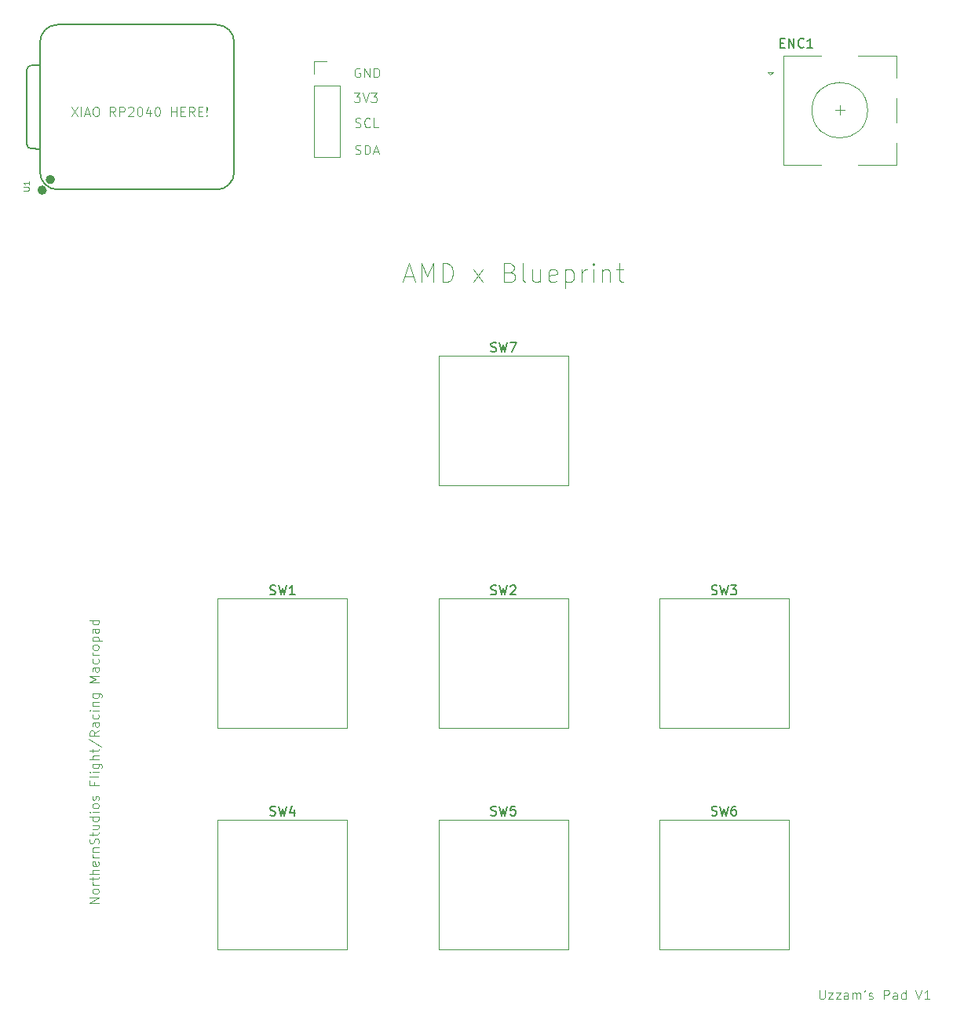
<source format=gbr>
%TF.GenerationSoftware,KiCad,Pcbnew,9.0.6*%
%TF.CreationDate,2025-11-29T00:05:12+05:00*%
%TF.ProjectId,_autosave-hackpad,5f617574-6f73-4617-9665-2d6861636b70,rev?*%
%TF.SameCoordinates,Original*%
%TF.FileFunction,Legend,Top*%
%TF.FilePolarity,Positive*%
%FSLAX46Y46*%
G04 Gerber Fmt 4.6, Leading zero omitted, Abs format (unit mm)*
G04 Created by KiCad (PCBNEW 9.0.6) date 2025-11-29 00:05:12*
%MOMM*%
%LPD*%
G01*
G04 APERTURE LIST*
%ADD10C,0.100000*%
%ADD11C,0.150000*%
%ADD12C,0.101600*%
%ADD13C,0.120000*%
%ADD14C,0.504000*%
%ADD15C,0.127000*%
G04 APERTURE END LIST*
D10*
X172203884Y-151872419D02*
X172203884Y-152681942D01*
X172203884Y-152681942D02*
X172251503Y-152777180D01*
X172251503Y-152777180D02*
X172299122Y-152824800D01*
X172299122Y-152824800D02*
X172394360Y-152872419D01*
X172394360Y-152872419D02*
X172584836Y-152872419D01*
X172584836Y-152872419D02*
X172680074Y-152824800D01*
X172680074Y-152824800D02*
X172727693Y-152777180D01*
X172727693Y-152777180D02*
X172775312Y-152681942D01*
X172775312Y-152681942D02*
X172775312Y-151872419D01*
X173156265Y-152205752D02*
X173680074Y-152205752D01*
X173680074Y-152205752D02*
X173156265Y-152872419D01*
X173156265Y-152872419D02*
X173680074Y-152872419D01*
X173965789Y-152205752D02*
X174489598Y-152205752D01*
X174489598Y-152205752D02*
X173965789Y-152872419D01*
X173965789Y-152872419D02*
X174489598Y-152872419D01*
X175299122Y-152872419D02*
X175299122Y-152348609D01*
X175299122Y-152348609D02*
X175251503Y-152253371D01*
X175251503Y-152253371D02*
X175156265Y-152205752D01*
X175156265Y-152205752D02*
X174965789Y-152205752D01*
X174965789Y-152205752D02*
X174870551Y-152253371D01*
X175299122Y-152824800D02*
X175203884Y-152872419D01*
X175203884Y-152872419D02*
X174965789Y-152872419D01*
X174965789Y-152872419D02*
X174870551Y-152824800D01*
X174870551Y-152824800D02*
X174822932Y-152729561D01*
X174822932Y-152729561D02*
X174822932Y-152634323D01*
X174822932Y-152634323D02*
X174870551Y-152539085D01*
X174870551Y-152539085D02*
X174965789Y-152491466D01*
X174965789Y-152491466D02*
X175203884Y-152491466D01*
X175203884Y-152491466D02*
X175299122Y-152443847D01*
X175775313Y-152872419D02*
X175775313Y-152205752D01*
X175775313Y-152300990D02*
X175822932Y-152253371D01*
X175822932Y-152253371D02*
X175918170Y-152205752D01*
X175918170Y-152205752D02*
X176061027Y-152205752D01*
X176061027Y-152205752D02*
X176156265Y-152253371D01*
X176156265Y-152253371D02*
X176203884Y-152348609D01*
X176203884Y-152348609D02*
X176203884Y-152872419D01*
X176203884Y-152348609D02*
X176251503Y-152253371D01*
X176251503Y-152253371D02*
X176346741Y-152205752D01*
X176346741Y-152205752D02*
X176489598Y-152205752D01*
X176489598Y-152205752D02*
X176584837Y-152253371D01*
X176584837Y-152253371D02*
X176632456Y-152348609D01*
X176632456Y-152348609D02*
X176632456Y-152872419D01*
X177156265Y-151872419D02*
X177061027Y-152062895D01*
X177537217Y-152824800D02*
X177632455Y-152872419D01*
X177632455Y-152872419D02*
X177822931Y-152872419D01*
X177822931Y-152872419D02*
X177918169Y-152824800D01*
X177918169Y-152824800D02*
X177965788Y-152729561D01*
X177965788Y-152729561D02*
X177965788Y-152681942D01*
X177965788Y-152681942D02*
X177918169Y-152586704D01*
X177918169Y-152586704D02*
X177822931Y-152539085D01*
X177822931Y-152539085D02*
X177680074Y-152539085D01*
X177680074Y-152539085D02*
X177584836Y-152491466D01*
X177584836Y-152491466D02*
X177537217Y-152396228D01*
X177537217Y-152396228D02*
X177537217Y-152348609D01*
X177537217Y-152348609D02*
X177584836Y-152253371D01*
X177584836Y-152253371D02*
X177680074Y-152205752D01*
X177680074Y-152205752D02*
X177822931Y-152205752D01*
X177822931Y-152205752D02*
X177918169Y-152253371D01*
X179156265Y-152872419D02*
X179156265Y-151872419D01*
X179156265Y-151872419D02*
X179537217Y-151872419D01*
X179537217Y-151872419D02*
X179632455Y-151920038D01*
X179632455Y-151920038D02*
X179680074Y-151967657D01*
X179680074Y-151967657D02*
X179727693Y-152062895D01*
X179727693Y-152062895D02*
X179727693Y-152205752D01*
X179727693Y-152205752D02*
X179680074Y-152300990D01*
X179680074Y-152300990D02*
X179632455Y-152348609D01*
X179632455Y-152348609D02*
X179537217Y-152396228D01*
X179537217Y-152396228D02*
X179156265Y-152396228D01*
X180584836Y-152872419D02*
X180584836Y-152348609D01*
X180584836Y-152348609D02*
X180537217Y-152253371D01*
X180537217Y-152253371D02*
X180441979Y-152205752D01*
X180441979Y-152205752D02*
X180251503Y-152205752D01*
X180251503Y-152205752D02*
X180156265Y-152253371D01*
X180584836Y-152824800D02*
X180489598Y-152872419D01*
X180489598Y-152872419D02*
X180251503Y-152872419D01*
X180251503Y-152872419D02*
X180156265Y-152824800D01*
X180156265Y-152824800D02*
X180108646Y-152729561D01*
X180108646Y-152729561D02*
X180108646Y-152634323D01*
X180108646Y-152634323D02*
X180156265Y-152539085D01*
X180156265Y-152539085D02*
X180251503Y-152491466D01*
X180251503Y-152491466D02*
X180489598Y-152491466D01*
X180489598Y-152491466D02*
X180584836Y-152443847D01*
X181489598Y-152872419D02*
X181489598Y-151872419D01*
X181489598Y-152824800D02*
X181394360Y-152872419D01*
X181394360Y-152872419D02*
X181203884Y-152872419D01*
X181203884Y-152872419D02*
X181108646Y-152824800D01*
X181108646Y-152824800D02*
X181061027Y-152777180D01*
X181061027Y-152777180D02*
X181013408Y-152681942D01*
X181013408Y-152681942D02*
X181013408Y-152396228D01*
X181013408Y-152396228D02*
X181061027Y-152300990D01*
X181061027Y-152300990D02*
X181108646Y-152253371D01*
X181108646Y-152253371D02*
X181203884Y-152205752D01*
X181203884Y-152205752D02*
X181394360Y-152205752D01*
X181394360Y-152205752D02*
X181489598Y-152253371D01*
X182584837Y-151872419D02*
X182918170Y-152872419D01*
X182918170Y-152872419D02*
X183251503Y-151872419D01*
X184108646Y-152872419D02*
X183537218Y-152872419D01*
X183822932Y-152872419D02*
X183822932Y-151872419D01*
X183822932Y-151872419D02*
X183727694Y-152015276D01*
X183727694Y-152015276D02*
X183632456Y-152110514D01*
X183632456Y-152110514D02*
X183537218Y-152158133D01*
X127446741Y-74978609D02*
X128399122Y-74978609D01*
X127256265Y-75550038D02*
X127922931Y-73550038D01*
X127922931Y-73550038D02*
X128589598Y-75550038D01*
X129256265Y-75550038D02*
X129256265Y-73550038D01*
X129256265Y-73550038D02*
X129922932Y-74978609D01*
X129922932Y-74978609D02*
X130589598Y-73550038D01*
X130589598Y-73550038D02*
X130589598Y-75550038D01*
X131541979Y-75550038D02*
X131541979Y-73550038D01*
X131541979Y-73550038D02*
X132018169Y-73550038D01*
X132018169Y-73550038D02*
X132303884Y-73645276D01*
X132303884Y-73645276D02*
X132494360Y-73835752D01*
X132494360Y-73835752D02*
X132589598Y-74026228D01*
X132589598Y-74026228D02*
X132684836Y-74407180D01*
X132684836Y-74407180D02*
X132684836Y-74692895D01*
X132684836Y-74692895D02*
X132589598Y-75073847D01*
X132589598Y-75073847D02*
X132494360Y-75264323D01*
X132494360Y-75264323D02*
X132303884Y-75454800D01*
X132303884Y-75454800D02*
X132018169Y-75550038D01*
X132018169Y-75550038D02*
X131541979Y-75550038D01*
X134875313Y-75550038D02*
X135922932Y-74216704D01*
X134875313Y-74216704D02*
X135922932Y-75550038D01*
X138875314Y-74502419D02*
X139161028Y-74597657D01*
X139161028Y-74597657D02*
X139256266Y-74692895D01*
X139256266Y-74692895D02*
X139351504Y-74883371D01*
X139351504Y-74883371D02*
X139351504Y-75169085D01*
X139351504Y-75169085D02*
X139256266Y-75359561D01*
X139256266Y-75359561D02*
X139161028Y-75454800D01*
X139161028Y-75454800D02*
X138970552Y-75550038D01*
X138970552Y-75550038D02*
X138208647Y-75550038D01*
X138208647Y-75550038D02*
X138208647Y-73550038D01*
X138208647Y-73550038D02*
X138875314Y-73550038D01*
X138875314Y-73550038D02*
X139065790Y-73645276D01*
X139065790Y-73645276D02*
X139161028Y-73740514D01*
X139161028Y-73740514D02*
X139256266Y-73930990D01*
X139256266Y-73930990D02*
X139256266Y-74121466D01*
X139256266Y-74121466D02*
X139161028Y-74311942D01*
X139161028Y-74311942D02*
X139065790Y-74407180D01*
X139065790Y-74407180D02*
X138875314Y-74502419D01*
X138875314Y-74502419D02*
X138208647Y-74502419D01*
X140494361Y-75550038D02*
X140303885Y-75454800D01*
X140303885Y-75454800D02*
X140208647Y-75264323D01*
X140208647Y-75264323D02*
X140208647Y-73550038D01*
X142113409Y-74216704D02*
X142113409Y-75550038D01*
X141256266Y-74216704D02*
X141256266Y-75264323D01*
X141256266Y-75264323D02*
X141351504Y-75454800D01*
X141351504Y-75454800D02*
X141541980Y-75550038D01*
X141541980Y-75550038D02*
X141827695Y-75550038D01*
X141827695Y-75550038D02*
X142018171Y-75454800D01*
X142018171Y-75454800D02*
X142113409Y-75359561D01*
X143827695Y-75454800D02*
X143637219Y-75550038D01*
X143637219Y-75550038D02*
X143256266Y-75550038D01*
X143256266Y-75550038D02*
X143065790Y-75454800D01*
X143065790Y-75454800D02*
X142970552Y-75264323D01*
X142970552Y-75264323D02*
X142970552Y-74502419D01*
X142970552Y-74502419D02*
X143065790Y-74311942D01*
X143065790Y-74311942D02*
X143256266Y-74216704D01*
X143256266Y-74216704D02*
X143637219Y-74216704D01*
X143637219Y-74216704D02*
X143827695Y-74311942D01*
X143827695Y-74311942D02*
X143922933Y-74502419D01*
X143922933Y-74502419D02*
X143922933Y-74692895D01*
X143922933Y-74692895D02*
X142970552Y-74883371D01*
X144780076Y-74216704D02*
X144780076Y-76216704D01*
X144780076Y-74311942D02*
X144970552Y-74216704D01*
X144970552Y-74216704D02*
X145351505Y-74216704D01*
X145351505Y-74216704D02*
X145541981Y-74311942D01*
X145541981Y-74311942D02*
X145637219Y-74407180D01*
X145637219Y-74407180D02*
X145732457Y-74597657D01*
X145732457Y-74597657D02*
X145732457Y-75169085D01*
X145732457Y-75169085D02*
X145637219Y-75359561D01*
X145637219Y-75359561D02*
X145541981Y-75454800D01*
X145541981Y-75454800D02*
X145351505Y-75550038D01*
X145351505Y-75550038D02*
X144970552Y-75550038D01*
X144970552Y-75550038D02*
X144780076Y-75454800D01*
X146589600Y-75550038D02*
X146589600Y-74216704D01*
X146589600Y-74597657D02*
X146684838Y-74407180D01*
X146684838Y-74407180D02*
X146780076Y-74311942D01*
X146780076Y-74311942D02*
X146970552Y-74216704D01*
X146970552Y-74216704D02*
X147161029Y-74216704D01*
X147827695Y-75550038D02*
X147827695Y-74216704D01*
X147827695Y-73550038D02*
X147732457Y-73645276D01*
X147732457Y-73645276D02*
X147827695Y-73740514D01*
X147827695Y-73740514D02*
X147922933Y-73645276D01*
X147922933Y-73645276D02*
X147827695Y-73550038D01*
X147827695Y-73550038D02*
X147827695Y-73740514D01*
X148780076Y-74216704D02*
X148780076Y-75550038D01*
X148780076Y-74407180D02*
X148875314Y-74311942D01*
X148875314Y-74311942D02*
X149065790Y-74216704D01*
X149065790Y-74216704D02*
X149351505Y-74216704D01*
X149351505Y-74216704D02*
X149541981Y-74311942D01*
X149541981Y-74311942D02*
X149637219Y-74502419D01*
X149637219Y-74502419D02*
X149637219Y-75550038D01*
X150303886Y-74216704D02*
X151065790Y-74216704D01*
X150589600Y-73550038D02*
X150589600Y-75264323D01*
X150589600Y-75264323D02*
X150684838Y-75454800D01*
X150684838Y-75454800D02*
X150875314Y-75550038D01*
X150875314Y-75550038D02*
X151065790Y-75550038D01*
X94472419Y-142496115D02*
X93472419Y-142496115D01*
X93472419Y-142496115D02*
X94472419Y-141924687D01*
X94472419Y-141924687D02*
X93472419Y-141924687D01*
X94472419Y-141305639D02*
X94424800Y-141400877D01*
X94424800Y-141400877D02*
X94377180Y-141448496D01*
X94377180Y-141448496D02*
X94281942Y-141496115D01*
X94281942Y-141496115D02*
X93996228Y-141496115D01*
X93996228Y-141496115D02*
X93900990Y-141448496D01*
X93900990Y-141448496D02*
X93853371Y-141400877D01*
X93853371Y-141400877D02*
X93805752Y-141305639D01*
X93805752Y-141305639D02*
X93805752Y-141162782D01*
X93805752Y-141162782D02*
X93853371Y-141067544D01*
X93853371Y-141067544D02*
X93900990Y-141019925D01*
X93900990Y-141019925D02*
X93996228Y-140972306D01*
X93996228Y-140972306D02*
X94281942Y-140972306D01*
X94281942Y-140972306D02*
X94377180Y-141019925D01*
X94377180Y-141019925D02*
X94424800Y-141067544D01*
X94424800Y-141067544D02*
X94472419Y-141162782D01*
X94472419Y-141162782D02*
X94472419Y-141305639D01*
X94472419Y-140543734D02*
X93805752Y-140543734D01*
X93996228Y-140543734D02*
X93900990Y-140496115D01*
X93900990Y-140496115D02*
X93853371Y-140448496D01*
X93853371Y-140448496D02*
X93805752Y-140353258D01*
X93805752Y-140353258D02*
X93805752Y-140258020D01*
X93805752Y-140067543D02*
X93805752Y-139686591D01*
X93472419Y-139924686D02*
X94329561Y-139924686D01*
X94329561Y-139924686D02*
X94424800Y-139877067D01*
X94424800Y-139877067D02*
X94472419Y-139781829D01*
X94472419Y-139781829D02*
X94472419Y-139686591D01*
X94472419Y-139353257D02*
X93472419Y-139353257D01*
X94472419Y-138924686D02*
X93948609Y-138924686D01*
X93948609Y-138924686D02*
X93853371Y-138972305D01*
X93853371Y-138972305D02*
X93805752Y-139067543D01*
X93805752Y-139067543D02*
X93805752Y-139210400D01*
X93805752Y-139210400D02*
X93853371Y-139305638D01*
X93853371Y-139305638D02*
X93900990Y-139353257D01*
X94424800Y-138067543D02*
X94472419Y-138162781D01*
X94472419Y-138162781D02*
X94472419Y-138353257D01*
X94472419Y-138353257D02*
X94424800Y-138448495D01*
X94424800Y-138448495D02*
X94329561Y-138496114D01*
X94329561Y-138496114D02*
X93948609Y-138496114D01*
X93948609Y-138496114D02*
X93853371Y-138448495D01*
X93853371Y-138448495D02*
X93805752Y-138353257D01*
X93805752Y-138353257D02*
X93805752Y-138162781D01*
X93805752Y-138162781D02*
X93853371Y-138067543D01*
X93853371Y-138067543D02*
X93948609Y-138019924D01*
X93948609Y-138019924D02*
X94043847Y-138019924D01*
X94043847Y-138019924D02*
X94139085Y-138496114D01*
X94472419Y-137591352D02*
X93805752Y-137591352D01*
X93996228Y-137591352D02*
X93900990Y-137543733D01*
X93900990Y-137543733D02*
X93853371Y-137496114D01*
X93853371Y-137496114D02*
X93805752Y-137400876D01*
X93805752Y-137400876D02*
X93805752Y-137305638D01*
X93805752Y-136972304D02*
X94472419Y-136972304D01*
X93900990Y-136972304D02*
X93853371Y-136924685D01*
X93853371Y-136924685D02*
X93805752Y-136829447D01*
X93805752Y-136829447D02*
X93805752Y-136686590D01*
X93805752Y-136686590D02*
X93853371Y-136591352D01*
X93853371Y-136591352D02*
X93948609Y-136543733D01*
X93948609Y-136543733D02*
X94472419Y-136543733D01*
X94424800Y-136115161D02*
X94472419Y-135972304D01*
X94472419Y-135972304D02*
X94472419Y-135734209D01*
X94472419Y-135734209D02*
X94424800Y-135638971D01*
X94424800Y-135638971D02*
X94377180Y-135591352D01*
X94377180Y-135591352D02*
X94281942Y-135543733D01*
X94281942Y-135543733D02*
X94186704Y-135543733D01*
X94186704Y-135543733D02*
X94091466Y-135591352D01*
X94091466Y-135591352D02*
X94043847Y-135638971D01*
X94043847Y-135638971D02*
X93996228Y-135734209D01*
X93996228Y-135734209D02*
X93948609Y-135924685D01*
X93948609Y-135924685D02*
X93900990Y-136019923D01*
X93900990Y-136019923D02*
X93853371Y-136067542D01*
X93853371Y-136067542D02*
X93758133Y-136115161D01*
X93758133Y-136115161D02*
X93662895Y-136115161D01*
X93662895Y-136115161D02*
X93567657Y-136067542D01*
X93567657Y-136067542D02*
X93520038Y-136019923D01*
X93520038Y-136019923D02*
X93472419Y-135924685D01*
X93472419Y-135924685D02*
X93472419Y-135686590D01*
X93472419Y-135686590D02*
X93520038Y-135543733D01*
X93805752Y-135258018D02*
X93805752Y-134877066D01*
X93472419Y-135115161D02*
X94329561Y-135115161D01*
X94329561Y-135115161D02*
X94424800Y-135067542D01*
X94424800Y-135067542D02*
X94472419Y-134972304D01*
X94472419Y-134972304D02*
X94472419Y-134877066D01*
X93805752Y-134115161D02*
X94472419Y-134115161D01*
X93805752Y-134543732D02*
X94329561Y-134543732D01*
X94329561Y-134543732D02*
X94424800Y-134496113D01*
X94424800Y-134496113D02*
X94472419Y-134400875D01*
X94472419Y-134400875D02*
X94472419Y-134258018D01*
X94472419Y-134258018D02*
X94424800Y-134162780D01*
X94424800Y-134162780D02*
X94377180Y-134115161D01*
X94472419Y-133210399D02*
X93472419Y-133210399D01*
X94424800Y-133210399D02*
X94472419Y-133305637D01*
X94472419Y-133305637D02*
X94472419Y-133496113D01*
X94472419Y-133496113D02*
X94424800Y-133591351D01*
X94424800Y-133591351D02*
X94377180Y-133638970D01*
X94377180Y-133638970D02*
X94281942Y-133686589D01*
X94281942Y-133686589D02*
X93996228Y-133686589D01*
X93996228Y-133686589D02*
X93900990Y-133638970D01*
X93900990Y-133638970D02*
X93853371Y-133591351D01*
X93853371Y-133591351D02*
X93805752Y-133496113D01*
X93805752Y-133496113D02*
X93805752Y-133305637D01*
X93805752Y-133305637D02*
X93853371Y-133210399D01*
X94472419Y-132734208D02*
X93805752Y-132734208D01*
X93472419Y-132734208D02*
X93520038Y-132781827D01*
X93520038Y-132781827D02*
X93567657Y-132734208D01*
X93567657Y-132734208D02*
X93520038Y-132686589D01*
X93520038Y-132686589D02*
X93472419Y-132734208D01*
X93472419Y-132734208D02*
X93567657Y-132734208D01*
X94472419Y-132115161D02*
X94424800Y-132210399D01*
X94424800Y-132210399D02*
X94377180Y-132258018D01*
X94377180Y-132258018D02*
X94281942Y-132305637D01*
X94281942Y-132305637D02*
X93996228Y-132305637D01*
X93996228Y-132305637D02*
X93900990Y-132258018D01*
X93900990Y-132258018D02*
X93853371Y-132210399D01*
X93853371Y-132210399D02*
X93805752Y-132115161D01*
X93805752Y-132115161D02*
X93805752Y-131972304D01*
X93805752Y-131972304D02*
X93853371Y-131877066D01*
X93853371Y-131877066D02*
X93900990Y-131829447D01*
X93900990Y-131829447D02*
X93996228Y-131781828D01*
X93996228Y-131781828D02*
X94281942Y-131781828D01*
X94281942Y-131781828D02*
X94377180Y-131829447D01*
X94377180Y-131829447D02*
X94424800Y-131877066D01*
X94424800Y-131877066D02*
X94472419Y-131972304D01*
X94472419Y-131972304D02*
X94472419Y-132115161D01*
X94424800Y-131400875D02*
X94472419Y-131305637D01*
X94472419Y-131305637D02*
X94472419Y-131115161D01*
X94472419Y-131115161D02*
X94424800Y-131019923D01*
X94424800Y-131019923D02*
X94329561Y-130972304D01*
X94329561Y-130972304D02*
X94281942Y-130972304D01*
X94281942Y-130972304D02*
X94186704Y-131019923D01*
X94186704Y-131019923D02*
X94139085Y-131115161D01*
X94139085Y-131115161D02*
X94139085Y-131258018D01*
X94139085Y-131258018D02*
X94091466Y-131353256D01*
X94091466Y-131353256D02*
X93996228Y-131400875D01*
X93996228Y-131400875D02*
X93948609Y-131400875D01*
X93948609Y-131400875D02*
X93853371Y-131353256D01*
X93853371Y-131353256D02*
X93805752Y-131258018D01*
X93805752Y-131258018D02*
X93805752Y-131115161D01*
X93805752Y-131115161D02*
X93853371Y-131019923D01*
X93948609Y-129448494D02*
X93948609Y-129781827D01*
X94472419Y-129781827D02*
X93472419Y-129781827D01*
X93472419Y-129781827D02*
X93472419Y-129305637D01*
X94472419Y-128781827D02*
X94424800Y-128877065D01*
X94424800Y-128877065D02*
X94329561Y-128924684D01*
X94329561Y-128924684D02*
X93472419Y-128924684D01*
X94472419Y-128400874D02*
X93805752Y-128400874D01*
X93472419Y-128400874D02*
X93520038Y-128448493D01*
X93520038Y-128448493D02*
X93567657Y-128400874D01*
X93567657Y-128400874D02*
X93520038Y-128353255D01*
X93520038Y-128353255D02*
X93472419Y-128400874D01*
X93472419Y-128400874D02*
X93567657Y-128400874D01*
X93805752Y-127496113D02*
X94615276Y-127496113D01*
X94615276Y-127496113D02*
X94710514Y-127543732D01*
X94710514Y-127543732D02*
X94758133Y-127591351D01*
X94758133Y-127591351D02*
X94805752Y-127686589D01*
X94805752Y-127686589D02*
X94805752Y-127829446D01*
X94805752Y-127829446D02*
X94758133Y-127924684D01*
X94424800Y-127496113D02*
X94472419Y-127591351D01*
X94472419Y-127591351D02*
X94472419Y-127781827D01*
X94472419Y-127781827D02*
X94424800Y-127877065D01*
X94424800Y-127877065D02*
X94377180Y-127924684D01*
X94377180Y-127924684D02*
X94281942Y-127972303D01*
X94281942Y-127972303D02*
X93996228Y-127972303D01*
X93996228Y-127972303D02*
X93900990Y-127924684D01*
X93900990Y-127924684D02*
X93853371Y-127877065D01*
X93853371Y-127877065D02*
X93805752Y-127781827D01*
X93805752Y-127781827D02*
X93805752Y-127591351D01*
X93805752Y-127591351D02*
X93853371Y-127496113D01*
X94472419Y-127019922D02*
X93472419Y-127019922D01*
X94472419Y-126591351D02*
X93948609Y-126591351D01*
X93948609Y-126591351D02*
X93853371Y-126638970D01*
X93853371Y-126638970D02*
X93805752Y-126734208D01*
X93805752Y-126734208D02*
X93805752Y-126877065D01*
X93805752Y-126877065D02*
X93853371Y-126972303D01*
X93853371Y-126972303D02*
X93900990Y-127019922D01*
X93805752Y-126258017D02*
X93805752Y-125877065D01*
X93472419Y-126115160D02*
X94329561Y-126115160D01*
X94329561Y-126115160D02*
X94424800Y-126067541D01*
X94424800Y-126067541D02*
X94472419Y-125972303D01*
X94472419Y-125972303D02*
X94472419Y-125877065D01*
X93424800Y-124829446D02*
X94710514Y-125686588D01*
X94472419Y-123924684D02*
X93996228Y-124258017D01*
X94472419Y-124496112D02*
X93472419Y-124496112D01*
X93472419Y-124496112D02*
X93472419Y-124115160D01*
X93472419Y-124115160D02*
X93520038Y-124019922D01*
X93520038Y-124019922D02*
X93567657Y-123972303D01*
X93567657Y-123972303D02*
X93662895Y-123924684D01*
X93662895Y-123924684D02*
X93805752Y-123924684D01*
X93805752Y-123924684D02*
X93900990Y-123972303D01*
X93900990Y-123972303D02*
X93948609Y-124019922D01*
X93948609Y-124019922D02*
X93996228Y-124115160D01*
X93996228Y-124115160D02*
X93996228Y-124496112D01*
X94472419Y-123067541D02*
X93948609Y-123067541D01*
X93948609Y-123067541D02*
X93853371Y-123115160D01*
X93853371Y-123115160D02*
X93805752Y-123210398D01*
X93805752Y-123210398D02*
X93805752Y-123400874D01*
X93805752Y-123400874D02*
X93853371Y-123496112D01*
X94424800Y-123067541D02*
X94472419Y-123162779D01*
X94472419Y-123162779D02*
X94472419Y-123400874D01*
X94472419Y-123400874D02*
X94424800Y-123496112D01*
X94424800Y-123496112D02*
X94329561Y-123543731D01*
X94329561Y-123543731D02*
X94234323Y-123543731D01*
X94234323Y-123543731D02*
X94139085Y-123496112D01*
X94139085Y-123496112D02*
X94091466Y-123400874D01*
X94091466Y-123400874D02*
X94091466Y-123162779D01*
X94091466Y-123162779D02*
X94043847Y-123067541D01*
X94424800Y-122162779D02*
X94472419Y-122258017D01*
X94472419Y-122258017D02*
X94472419Y-122448493D01*
X94472419Y-122448493D02*
X94424800Y-122543731D01*
X94424800Y-122543731D02*
X94377180Y-122591350D01*
X94377180Y-122591350D02*
X94281942Y-122638969D01*
X94281942Y-122638969D02*
X93996228Y-122638969D01*
X93996228Y-122638969D02*
X93900990Y-122591350D01*
X93900990Y-122591350D02*
X93853371Y-122543731D01*
X93853371Y-122543731D02*
X93805752Y-122448493D01*
X93805752Y-122448493D02*
X93805752Y-122258017D01*
X93805752Y-122258017D02*
X93853371Y-122162779D01*
X94472419Y-121734207D02*
X93805752Y-121734207D01*
X93472419Y-121734207D02*
X93520038Y-121781826D01*
X93520038Y-121781826D02*
X93567657Y-121734207D01*
X93567657Y-121734207D02*
X93520038Y-121686588D01*
X93520038Y-121686588D02*
X93472419Y-121734207D01*
X93472419Y-121734207D02*
X93567657Y-121734207D01*
X93805752Y-121258017D02*
X94472419Y-121258017D01*
X93900990Y-121258017D02*
X93853371Y-121210398D01*
X93853371Y-121210398D02*
X93805752Y-121115160D01*
X93805752Y-121115160D02*
X93805752Y-120972303D01*
X93805752Y-120972303D02*
X93853371Y-120877065D01*
X93853371Y-120877065D02*
X93948609Y-120829446D01*
X93948609Y-120829446D02*
X94472419Y-120829446D01*
X93805752Y-119924684D02*
X94615276Y-119924684D01*
X94615276Y-119924684D02*
X94710514Y-119972303D01*
X94710514Y-119972303D02*
X94758133Y-120019922D01*
X94758133Y-120019922D02*
X94805752Y-120115160D01*
X94805752Y-120115160D02*
X94805752Y-120258017D01*
X94805752Y-120258017D02*
X94758133Y-120353255D01*
X94424800Y-119924684D02*
X94472419Y-120019922D01*
X94472419Y-120019922D02*
X94472419Y-120210398D01*
X94472419Y-120210398D02*
X94424800Y-120305636D01*
X94424800Y-120305636D02*
X94377180Y-120353255D01*
X94377180Y-120353255D02*
X94281942Y-120400874D01*
X94281942Y-120400874D02*
X93996228Y-120400874D01*
X93996228Y-120400874D02*
X93900990Y-120353255D01*
X93900990Y-120353255D02*
X93853371Y-120305636D01*
X93853371Y-120305636D02*
X93805752Y-120210398D01*
X93805752Y-120210398D02*
X93805752Y-120019922D01*
X93805752Y-120019922D02*
X93853371Y-119924684D01*
X94472419Y-118686588D02*
X93472419Y-118686588D01*
X93472419Y-118686588D02*
X94186704Y-118353255D01*
X94186704Y-118353255D02*
X93472419Y-118019922D01*
X93472419Y-118019922D02*
X94472419Y-118019922D01*
X94472419Y-117115160D02*
X93948609Y-117115160D01*
X93948609Y-117115160D02*
X93853371Y-117162779D01*
X93853371Y-117162779D02*
X93805752Y-117258017D01*
X93805752Y-117258017D02*
X93805752Y-117448493D01*
X93805752Y-117448493D02*
X93853371Y-117543731D01*
X94424800Y-117115160D02*
X94472419Y-117210398D01*
X94472419Y-117210398D02*
X94472419Y-117448493D01*
X94472419Y-117448493D02*
X94424800Y-117543731D01*
X94424800Y-117543731D02*
X94329561Y-117591350D01*
X94329561Y-117591350D02*
X94234323Y-117591350D01*
X94234323Y-117591350D02*
X94139085Y-117543731D01*
X94139085Y-117543731D02*
X94091466Y-117448493D01*
X94091466Y-117448493D02*
X94091466Y-117210398D01*
X94091466Y-117210398D02*
X94043847Y-117115160D01*
X94424800Y-116210398D02*
X94472419Y-116305636D01*
X94472419Y-116305636D02*
X94472419Y-116496112D01*
X94472419Y-116496112D02*
X94424800Y-116591350D01*
X94424800Y-116591350D02*
X94377180Y-116638969D01*
X94377180Y-116638969D02*
X94281942Y-116686588D01*
X94281942Y-116686588D02*
X93996228Y-116686588D01*
X93996228Y-116686588D02*
X93900990Y-116638969D01*
X93900990Y-116638969D02*
X93853371Y-116591350D01*
X93853371Y-116591350D02*
X93805752Y-116496112D01*
X93805752Y-116496112D02*
X93805752Y-116305636D01*
X93805752Y-116305636D02*
X93853371Y-116210398D01*
X94472419Y-115781826D02*
X93805752Y-115781826D01*
X93996228Y-115781826D02*
X93900990Y-115734207D01*
X93900990Y-115734207D02*
X93853371Y-115686588D01*
X93853371Y-115686588D02*
X93805752Y-115591350D01*
X93805752Y-115591350D02*
X93805752Y-115496112D01*
X94472419Y-115019921D02*
X94424800Y-115115159D01*
X94424800Y-115115159D02*
X94377180Y-115162778D01*
X94377180Y-115162778D02*
X94281942Y-115210397D01*
X94281942Y-115210397D02*
X93996228Y-115210397D01*
X93996228Y-115210397D02*
X93900990Y-115162778D01*
X93900990Y-115162778D02*
X93853371Y-115115159D01*
X93853371Y-115115159D02*
X93805752Y-115019921D01*
X93805752Y-115019921D02*
X93805752Y-114877064D01*
X93805752Y-114877064D02*
X93853371Y-114781826D01*
X93853371Y-114781826D02*
X93900990Y-114734207D01*
X93900990Y-114734207D02*
X93996228Y-114686588D01*
X93996228Y-114686588D02*
X94281942Y-114686588D01*
X94281942Y-114686588D02*
X94377180Y-114734207D01*
X94377180Y-114734207D02*
X94424800Y-114781826D01*
X94424800Y-114781826D02*
X94472419Y-114877064D01*
X94472419Y-114877064D02*
X94472419Y-115019921D01*
X93805752Y-114258016D02*
X94805752Y-114258016D01*
X93853371Y-114258016D02*
X93805752Y-114162778D01*
X93805752Y-114162778D02*
X93805752Y-113972302D01*
X93805752Y-113972302D02*
X93853371Y-113877064D01*
X93853371Y-113877064D02*
X93900990Y-113829445D01*
X93900990Y-113829445D02*
X93996228Y-113781826D01*
X93996228Y-113781826D02*
X94281942Y-113781826D01*
X94281942Y-113781826D02*
X94377180Y-113829445D01*
X94377180Y-113829445D02*
X94424800Y-113877064D01*
X94424800Y-113877064D02*
X94472419Y-113972302D01*
X94472419Y-113972302D02*
X94472419Y-114162778D01*
X94472419Y-114162778D02*
X94424800Y-114258016D01*
X94472419Y-112924683D02*
X93948609Y-112924683D01*
X93948609Y-112924683D02*
X93853371Y-112972302D01*
X93853371Y-112972302D02*
X93805752Y-113067540D01*
X93805752Y-113067540D02*
X93805752Y-113258016D01*
X93805752Y-113258016D02*
X93853371Y-113353254D01*
X94424800Y-112924683D02*
X94472419Y-113019921D01*
X94472419Y-113019921D02*
X94472419Y-113258016D01*
X94472419Y-113258016D02*
X94424800Y-113353254D01*
X94424800Y-113353254D02*
X94329561Y-113400873D01*
X94329561Y-113400873D02*
X94234323Y-113400873D01*
X94234323Y-113400873D02*
X94139085Y-113353254D01*
X94139085Y-113353254D02*
X94091466Y-113258016D01*
X94091466Y-113258016D02*
X94091466Y-113019921D01*
X94091466Y-113019921D02*
X94043847Y-112924683D01*
X94472419Y-112019921D02*
X93472419Y-112019921D01*
X94424800Y-112019921D02*
X94472419Y-112115159D01*
X94472419Y-112115159D02*
X94472419Y-112305635D01*
X94472419Y-112305635D02*
X94424800Y-112400873D01*
X94424800Y-112400873D02*
X94377180Y-112448492D01*
X94377180Y-112448492D02*
X94281942Y-112496111D01*
X94281942Y-112496111D02*
X93996228Y-112496111D01*
X93996228Y-112496111D02*
X93900990Y-112448492D01*
X93900990Y-112448492D02*
X93853371Y-112400873D01*
X93853371Y-112400873D02*
X93805752Y-112305635D01*
X93805752Y-112305635D02*
X93805752Y-112115159D01*
X93805752Y-112115159D02*
X93853371Y-112019921D01*
X91508646Y-56672419D02*
X92175312Y-57672419D01*
X92175312Y-56672419D02*
X91508646Y-57672419D01*
X92556265Y-57672419D02*
X92556265Y-56672419D01*
X92984836Y-57386704D02*
X93461026Y-57386704D01*
X92889598Y-57672419D02*
X93222931Y-56672419D01*
X93222931Y-56672419D02*
X93556264Y-57672419D01*
X94080074Y-56672419D02*
X94270550Y-56672419D01*
X94270550Y-56672419D02*
X94365788Y-56720038D01*
X94365788Y-56720038D02*
X94461026Y-56815276D01*
X94461026Y-56815276D02*
X94508645Y-57005752D01*
X94508645Y-57005752D02*
X94508645Y-57339085D01*
X94508645Y-57339085D02*
X94461026Y-57529561D01*
X94461026Y-57529561D02*
X94365788Y-57624800D01*
X94365788Y-57624800D02*
X94270550Y-57672419D01*
X94270550Y-57672419D02*
X94080074Y-57672419D01*
X94080074Y-57672419D02*
X93984836Y-57624800D01*
X93984836Y-57624800D02*
X93889598Y-57529561D01*
X93889598Y-57529561D02*
X93841979Y-57339085D01*
X93841979Y-57339085D02*
X93841979Y-57005752D01*
X93841979Y-57005752D02*
X93889598Y-56815276D01*
X93889598Y-56815276D02*
X93984836Y-56720038D01*
X93984836Y-56720038D02*
X94080074Y-56672419D01*
X96270550Y-57672419D02*
X95937217Y-57196228D01*
X95699122Y-57672419D02*
X95699122Y-56672419D01*
X95699122Y-56672419D02*
X96080074Y-56672419D01*
X96080074Y-56672419D02*
X96175312Y-56720038D01*
X96175312Y-56720038D02*
X96222931Y-56767657D01*
X96222931Y-56767657D02*
X96270550Y-56862895D01*
X96270550Y-56862895D02*
X96270550Y-57005752D01*
X96270550Y-57005752D02*
X96222931Y-57100990D01*
X96222931Y-57100990D02*
X96175312Y-57148609D01*
X96175312Y-57148609D02*
X96080074Y-57196228D01*
X96080074Y-57196228D02*
X95699122Y-57196228D01*
X96699122Y-57672419D02*
X96699122Y-56672419D01*
X96699122Y-56672419D02*
X97080074Y-56672419D01*
X97080074Y-56672419D02*
X97175312Y-56720038D01*
X97175312Y-56720038D02*
X97222931Y-56767657D01*
X97222931Y-56767657D02*
X97270550Y-56862895D01*
X97270550Y-56862895D02*
X97270550Y-57005752D01*
X97270550Y-57005752D02*
X97222931Y-57100990D01*
X97222931Y-57100990D02*
X97175312Y-57148609D01*
X97175312Y-57148609D02*
X97080074Y-57196228D01*
X97080074Y-57196228D02*
X96699122Y-57196228D01*
X97651503Y-56767657D02*
X97699122Y-56720038D01*
X97699122Y-56720038D02*
X97794360Y-56672419D01*
X97794360Y-56672419D02*
X98032455Y-56672419D01*
X98032455Y-56672419D02*
X98127693Y-56720038D01*
X98127693Y-56720038D02*
X98175312Y-56767657D01*
X98175312Y-56767657D02*
X98222931Y-56862895D01*
X98222931Y-56862895D02*
X98222931Y-56958133D01*
X98222931Y-56958133D02*
X98175312Y-57100990D01*
X98175312Y-57100990D02*
X97603884Y-57672419D01*
X97603884Y-57672419D02*
X98222931Y-57672419D01*
X98841979Y-56672419D02*
X98937217Y-56672419D01*
X98937217Y-56672419D02*
X99032455Y-56720038D01*
X99032455Y-56720038D02*
X99080074Y-56767657D01*
X99080074Y-56767657D02*
X99127693Y-56862895D01*
X99127693Y-56862895D02*
X99175312Y-57053371D01*
X99175312Y-57053371D02*
X99175312Y-57291466D01*
X99175312Y-57291466D02*
X99127693Y-57481942D01*
X99127693Y-57481942D02*
X99080074Y-57577180D01*
X99080074Y-57577180D02*
X99032455Y-57624800D01*
X99032455Y-57624800D02*
X98937217Y-57672419D01*
X98937217Y-57672419D02*
X98841979Y-57672419D01*
X98841979Y-57672419D02*
X98746741Y-57624800D01*
X98746741Y-57624800D02*
X98699122Y-57577180D01*
X98699122Y-57577180D02*
X98651503Y-57481942D01*
X98651503Y-57481942D02*
X98603884Y-57291466D01*
X98603884Y-57291466D02*
X98603884Y-57053371D01*
X98603884Y-57053371D02*
X98651503Y-56862895D01*
X98651503Y-56862895D02*
X98699122Y-56767657D01*
X98699122Y-56767657D02*
X98746741Y-56720038D01*
X98746741Y-56720038D02*
X98841979Y-56672419D01*
X100032455Y-57005752D02*
X100032455Y-57672419D01*
X99794360Y-56624800D02*
X99556265Y-57339085D01*
X99556265Y-57339085D02*
X100175312Y-57339085D01*
X100746741Y-56672419D02*
X100841979Y-56672419D01*
X100841979Y-56672419D02*
X100937217Y-56720038D01*
X100937217Y-56720038D02*
X100984836Y-56767657D01*
X100984836Y-56767657D02*
X101032455Y-56862895D01*
X101032455Y-56862895D02*
X101080074Y-57053371D01*
X101080074Y-57053371D02*
X101080074Y-57291466D01*
X101080074Y-57291466D02*
X101032455Y-57481942D01*
X101032455Y-57481942D02*
X100984836Y-57577180D01*
X100984836Y-57577180D02*
X100937217Y-57624800D01*
X100937217Y-57624800D02*
X100841979Y-57672419D01*
X100841979Y-57672419D02*
X100746741Y-57672419D01*
X100746741Y-57672419D02*
X100651503Y-57624800D01*
X100651503Y-57624800D02*
X100603884Y-57577180D01*
X100603884Y-57577180D02*
X100556265Y-57481942D01*
X100556265Y-57481942D02*
X100508646Y-57291466D01*
X100508646Y-57291466D02*
X100508646Y-57053371D01*
X100508646Y-57053371D02*
X100556265Y-56862895D01*
X100556265Y-56862895D02*
X100603884Y-56767657D01*
X100603884Y-56767657D02*
X100651503Y-56720038D01*
X100651503Y-56720038D02*
X100746741Y-56672419D01*
X102270551Y-57672419D02*
X102270551Y-56672419D01*
X102270551Y-57148609D02*
X102841979Y-57148609D01*
X102841979Y-57672419D02*
X102841979Y-56672419D01*
X103318170Y-57148609D02*
X103651503Y-57148609D01*
X103794360Y-57672419D02*
X103318170Y-57672419D01*
X103318170Y-57672419D02*
X103318170Y-56672419D01*
X103318170Y-56672419D02*
X103794360Y-56672419D01*
X104794360Y-57672419D02*
X104461027Y-57196228D01*
X104222932Y-57672419D02*
X104222932Y-56672419D01*
X104222932Y-56672419D02*
X104603884Y-56672419D01*
X104603884Y-56672419D02*
X104699122Y-56720038D01*
X104699122Y-56720038D02*
X104746741Y-56767657D01*
X104746741Y-56767657D02*
X104794360Y-56862895D01*
X104794360Y-56862895D02*
X104794360Y-57005752D01*
X104794360Y-57005752D02*
X104746741Y-57100990D01*
X104746741Y-57100990D02*
X104699122Y-57148609D01*
X104699122Y-57148609D02*
X104603884Y-57196228D01*
X104603884Y-57196228D02*
X104222932Y-57196228D01*
X105222932Y-57148609D02*
X105556265Y-57148609D01*
X105699122Y-57672419D02*
X105222932Y-57672419D01*
X105222932Y-57672419D02*
X105222932Y-56672419D01*
X105222932Y-56672419D02*
X105699122Y-56672419D01*
X106127694Y-57577180D02*
X106175313Y-57624800D01*
X106175313Y-57624800D02*
X106127694Y-57672419D01*
X106127694Y-57672419D02*
X106080075Y-57624800D01*
X106080075Y-57624800D02*
X106127694Y-57577180D01*
X106127694Y-57577180D02*
X106127694Y-57672419D01*
X106127694Y-57291466D02*
X106080075Y-56720038D01*
X106080075Y-56720038D02*
X106127694Y-56672419D01*
X106127694Y-56672419D02*
X106175313Y-56720038D01*
X106175313Y-56720038D02*
X106127694Y-57291466D01*
X106127694Y-57291466D02*
X106127694Y-56672419D01*
X122156265Y-61724800D02*
X122299122Y-61772419D01*
X122299122Y-61772419D02*
X122537217Y-61772419D01*
X122537217Y-61772419D02*
X122632455Y-61724800D01*
X122632455Y-61724800D02*
X122680074Y-61677180D01*
X122680074Y-61677180D02*
X122727693Y-61581942D01*
X122727693Y-61581942D02*
X122727693Y-61486704D01*
X122727693Y-61486704D02*
X122680074Y-61391466D01*
X122680074Y-61391466D02*
X122632455Y-61343847D01*
X122632455Y-61343847D02*
X122537217Y-61296228D01*
X122537217Y-61296228D02*
X122346741Y-61248609D01*
X122346741Y-61248609D02*
X122251503Y-61200990D01*
X122251503Y-61200990D02*
X122203884Y-61153371D01*
X122203884Y-61153371D02*
X122156265Y-61058133D01*
X122156265Y-61058133D02*
X122156265Y-60962895D01*
X122156265Y-60962895D02*
X122203884Y-60867657D01*
X122203884Y-60867657D02*
X122251503Y-60820038D01*
X122251503Y-60820038D02*
X122346741Y-60772419D01*
X122346741Y-60772419D02*
X122584836Y-60772419D01*
X122584836Y-60772419D02*
X122727693Y-60820038D01*
X123156265Y-61772419D02*
X123156265Y-60772419D01*
X123156265Y-60772419D02*
X123394360Y-60772419D01*
X123394360Y-60772419D02*
X123537217Y-60820038D01*
X123537217Y-60820038D02*
X123632455Y-60915276D01*
X123632455Y-60915276D02*
X123680074Y-61010514D01*
X123680074Y-61010514D02*
X123727693Y-61200990D01*
X123727693Y-61200990D02*
X123727693Y-61343847D01*
X123727693Y-61343847D02*
X123680074Y-61534323D01*
X123680074Y-61534323D02*
X123632455Y-61629561D01*
X123632455Y-61629561D02*
X123537217Y-61724800D01*
X123537217Y-61724800D02*
X123394360Y-61772419D01*
X123394360Y-61772419D02*
X123156265Y-61772419D01*
X124108646Y-61486704D02*
X124584836Y-61486704D01*
X124013408Y-61772419D02*
X124346741Y-60772419D01*
X124346741Y-60772419D02*
X124680074Y-61772419D01*
X122156265Y-58824800D02*
X122299122Y-58872419D01*
X122299122Y-58872419D02*
X122537217Y-58872419D01*
X122537217Y-58872419D02*
X122632455Y-58824800D01*
X122632455Y-58824800D02*
X122680074Y-58777180D01*
X122680074Y-58777180D02*
X122727693Y-58681942D01*
X122727693Y-58681942D02*
X122727693Y-58586704D01*
X122727693Y-58586704D02*
X122680074Y-58491466D01*
X122680074Y-58491466D02*
X122632455Y-58443847D01*
X122632455Y-58443847D02*
X122537217Y-58396228D01*
X122537217Y-58396228D02*
X122346741Y-58348609D01*
X122346741Y-58348609D02*
X122251503Y-58300990D01*
X122251503Y-58300990D02*
X122203884Y-58253371D01*
X122203884Y-58253371D02*
X122156265Y-58158133D01*
X122156265Y-58158133D02*
X122156265Y-58062895D01*
X122156265Y-58062895D02*
X122203884Y-57967657D01*
X122203884Y-57967657D02*
X122251503Y-57920038D01*
X122251503Y-57920038D02*
X122346741Y-57872419D01*
X122346741Y-57872419D02*
X122584836Y-57872419D01*
X122584836Y-57872419D02*
X122727693Y-57920038D01*
X123727693Y-58777180D02*
X123680074Y-58824800D01*
X123680074Y-58824800D02*
X123537217Y-58872419D01*
X123537217Y-58872419D02*
X123441979Y-58872419D01*
X123441979Y-58872419D02*
X123299122Y-58824800D01*
X123299122Y-58824800D02*
X123203884Y-58729561D01*
X123203884Y-58729561D02*
X123156265Y-58634323D01*
X123156265Y-58634323D02*
X123108646Y-58443847D01*
X123108646Y-58443847D02*
X123108646Y-58300990D01*
X123108646Y-58300990D02*
X123156265Y-58110514D01*
X123156265Y-58110514D02*
X123203884Y-58015276D01*
X123203884Y-58015276D02*
X123299122Y-57920038D01*
X123299122Y-57920038D02*
X123441979Y-57872419D01*
X123441979Y-57872419D02*
X123537217Y-57872419D01*
X123537217Y-57872419D02*
X123680074Y-57920038D01*
X123680074Y-57920038D02*
X123727693Y-57967657D01*
X124632455Y-58872419D02*
X124156265Y-58872419D01*
X124156265Y-58872419D02*
X124156265Y-57872419D01*
X122008646Y-55172419D02*
X122627693Y-55172419D01*
X122627693Y-55172419D02*
X122294360Y-55553371D01*
X122294360Y-55553371D02*
X122437217Y-55553371D01*
X122437217Y-55553371D02*
X122532455Y-55600990D01*
X122532455Y-55600990D02*
X122580074Y-55648609D01*
X122580074Y-55648609D02*
X122627693Y-55743847D01*
X122627693Y-55743847D02*
X122627693Y-55981942D01*
X122627693Y-55981942D02*
X122580074Y-56077180D01*
X122580074Y-56077180D02*
X122532455Y-56124800D01*
X122532455Y-56124800D02*
X122437217Y-56172419D01*
X122437217Y-56172419D02*
X122151503Y-56172419D01*
X122151503Y-56172419D02*
X122056265Y-56124800D01*
X122056265Y-56124800D02*
X122008646Y-56077180D01*
X122913408Y-55172419D02*
X123246741Y-56172419D01*
X123246741Y-56172419D02*
X123580074Y-55172419D01*
X123818170Y-55172419D02*
X124437217Y-55172419D01*
X124437217Y-55172419D02*
X124103884Y-55553371D01*
X124103884Y-55553371D02*
X124246741Y-55553371D01*
X124246741Y-55553371D02*
X124341979Y-55600990D01*
X124341979Y-55600990D02*
X124389598Y-55648609D01*
X124389598Y-55648609D02*
X124437217Y-55743847D01*
X124437217Y-55743847D02*
X124437217Y-55981942D01*
X124437217Y-55981942D02*
X124389598Y-56077180D01*
X124389598Y-56077180D02*
X124341979Y-56124800D01*
X124341979Y-56124800D02*
X124246741Y-56172419D01*
X124246741Y-56172419D02*
X123961027Y-56172419D01*
X123961027Y-56172419D02*
X123865789Y-56124800D01*
X123865789Y-56124800D02*
X123818170Y-56077180D01*
X122627693Y-52520038D02*
X122532455Y-52472419D01*
X122532455Y-52472419D02*
X122389598Y-52472419D01*
X122389598Y-52472419D02*
X122246741Y-52520038D01*
X122246741Y-52520038D02*
X122151503Y-52615276D01*
X122151503Y-52615276D02*
X122103884Y-52710514D01*
X122103884Y-52710514D02*
X122056265Y-52900990D01*
X122056265Y-52900990D02*
X122056265Y-53043847D01*
X122056265Y-53043847D02*
X122103884Y-53234323D01*
X122103884Y-53234323D02*
X122151503Y-53329561D01*
X122151503Y-53329561D02*
X122246741Y-53424800D01*
X122246741Y-53424800D02*
X122389598Y-53472419D01*
X122389598Y-53472419D02*
X122484836Y-53472419D01*
X122484836Y-53472419D02*
X122627693Y-53424800D01*
X122627693Y-53424800D02*
X122675312Y-53377180D01*
X122675312Y-53377180D02*
X122675312Y-53043847D01*
X122675312Y-53043847D02*
X122484836Y-53043847D01*
X123103884Y-53472419D02*
X123103884Y-52472419D01*
X123103884Y-52472419D02*
X123675312Y-53472419D01*
X123675312Y-53472419D02*
X123675312Y-52472419D01*
X124151503Y-53472419D02*
X124151503Y-52472419D01*
X124151503Y-52472419D02*
X124389598Y-52472419D01*
X124389598Y-52472419D02*
X124532455Y-52520038D01*
X124532455Y-52520038D02*
X124627693Y-52615276D01*
X124627693Y-52615276D02*
X124675312Y-52710514D01*
X124675312Y-52710514D02*
X124722931Y-52900990D01*
X124722931Y-52900990D02*
X124722931Y-53043847D01*
X124722931Y-53043847D02*
X124675312Y-53234323D01*
X124675312Y-53234323D02*
X124627693Y-53329561D01*
X124627693Y-53329561D02*
X124532455Y-53424800D01*
X124532455Y-53424800D02*
X124389598Y-53472419D01*
X124389598Y-53472419D02*
X124151503Y-53472419D01*
D11*
X160591667Y-133026950D02*
X160734524Y-133074569D01*
X160734524Y-133074569D02*
X160972619Y-133074569D01*
X160972619Y-133074569D02*
X161067857Y-133026950D01*
X161067857Y-133026950D02*
X161115476Y-132979330D01*
X161115476Y-132979330D02*
X161163095Y-132884092D01*
X161163095Y-132884092D02*
X161163095Y-132788854D01*
X161163095Y-132788854D02*
X161115476Y-132693616D01*
X161115476Y-132693616D02*
X161067857Y-132645997D01*
X161067857Y-132645997D02*
X160972619Y-132598378D01*
X160972619Y-132598378D02*
X160782143Y-132550759D01*
X160782143Y-132550759D02*
X160686905Y-132503140D01*
X160686905Y-132503140D02*
X160639286Y-132455521D01*
X160639286Y-132455521D02*
X160591667Y-132360283D01*
X160591667Y-132360283D02*
X160591667Y-132265045D01*
X160591667Y-132265045D02*
X160639286Y-132169807D01*
X160639286Y-132169807D02*
X160686905Y-132122188D01*
X160686905Y-132122188D02*
X160782143Y-132074569D01*
X160782143Y-132074569D02*
X161020238Y-132074569D01*
X161020238Y-132074569D02*
X161163095Y-132122188D01*
X161496429Y-132074569D02*
X161734524Y-133074569D01*
X161734524Y-133074569D02*
X161925000Y-132360283D01*
X161925000Y-132360283D02*
X162115476Y-133074569D01*
X162115476Y-133074569D02*
X162353572Y-132074569D01*
X163163095Y-132074569D02*
X162972619Y-132074569D01*
X162972619Y-132074569D02*
X162877381Y-132122188D01*
X162877381Y-132122188D02*
X162829762Y-132169807D01*
X162829762Y-132169807D02*
X162734524Y-132312664D01*
X162734524Y-132312664D02*
X162686905Y-132503140D01*
X162686905Y-132503140D02*
X162686905Y-132884092D01*
X162686905Y-132884092D02*
X162734524Y-132979330D01*
X162734524Y-132979330D02*
X162782143Y-133026950D01*
X162782143Y-133026950D02*
X162877381Y-133074569D01*
X162877381Y-133074569D02*
X163067857Y-133074569D01*
X163067857Y-133074569D02*
X163163095Y-133026950D01*
X163163095Y-133026950D02*
X163210714Y-132979330D01*
X163210714Y-132979330D02*
X163258333Y-132884092D01*
X163258333Y-132884092D02*
X163258333Y-132645997D01*
X163258333Y-132645997D02*
X163210714Y-132550759D01*
X163210714Y-132550759D02*
X163163095Y-132503140D01*
X163163095Y-132503140D02*
X163067857Y-132455521D01*
X163067857Y-132455521D02*
X162877381Y-132455521D01*
X162877381Y-132455521D02*
X162782143Y-132503140D01*
X162782143Y-132503140D02*
X162734524Y-132550759D01*
X162734524Y-132550759D02*
X162686905Y-132645997D01*
X160591667Y-109214450D02*
X160734524Y-109262069D01*
X160734524Y-109262069D02*
X160972619Y-109262069D01*
X160972619Y-109262069D02*
X161067857Y-109214450D01*
X161067857Y-109214450D02*
X161115476Y-109166830D01*
X161115476Y-109166830D02*
X161163095Y-109071592D01*
X161163095Y-109071592D02*
X161163095Y-108976354D01*
X161163095Y-108976354D02*
X161115476Y-108881116D01*
X161115476Y-108881116D02*
X161067857Y-108833497D01*
X161067857Y-108833497D02*
X160972619Y-108785878D01*
X160972619Y-108785878D02*
X160782143Y-108738259D01*
X160782143Y-108738259D02*
X160686905Y-108690640D01*
X160686905Y-108690640D02*
X160639286Y-108643021D01*
X160639286Y-108643021D02*
X160591667Y-108547783D01*
X160591667Y-108547783D02*
X160591667Y-108452545D01*
X160591667Y-108452545D02*
X160639286Y-108357307D01*
X160639286Y-108357307D02*
X160686905Y-108309688D01*
X160686905Y-108309688D02*
X160782143Y-108262069D01*
X160782143Y-108262069D02*
X161020238Y-108262069D01*
X161020238Y-108262069D02*
X161163095Y-108309688D01*
X161496429Y-108262069D02*
X161734524Y-109262069D01*
X161734524Y-109262069D02*
X161925000Y-108547783D01*
X161925000Y-108547783D02*
X162115476Y-109262069D01*
X162115476Y-109262069D02*
X162353572Y-108262069D01*
X162639286Y-108262069D02*
X163258333Y-108262069D01*
X163258333Y-108262069D02*
X162925000Y-108643021D01*
X162925000Y-108643021D02*
X163067857Y-108643021D01*
X163067857Y-108643021D02*
X163163095Y-108690640D01*
X163163095Y-108690640D02*
X163210714Y-108738259D01*
X163210714Y-108738259D02*
X163258333Y-108833497D01*
X163258333Y-108833497D02*
X163258333Y-109071592D01*
X163258333Y-109071592D02*
X163210714Y-109166830D01*
X163210714Y-109166830D02*
X163163095Y-109214450D01*
X163163095Y-109214450D02*
X163067857Y-109262069D01*
X163067857Y-109262069D02*
X162782143Y-109262069D01*
X162782143Y-109262069D02*
X162686905Y-109214450D01*
X162686905Y-109214450D02*
X162639286Y-109166830D01*
X112966667Y-133026950D02*
X113109524Y-133074569D01*
X113109524Y-133074569D02*
X113347619Y-133074569D01*
X113347619Y-133074569D02*
X113442857Y-133026950D01*
X113442857Y-133026950D02*
X113490476Y-132979330D01*
X113490476Y-132979330D02*
X113538095Y-132884092D01*
X113538095Y-132884092D02*
X113538095Y-132788854D01*
X113538095Y-132788854D02*
X113490476Y-132693616D01*
X113490476Y-132693616D02*
X113442857Y-132645997D01*
X113442857Y-132645997D02*
X113347619Y-132598378D01*
X113347619Y-132598378D02*
X113157143Y-132550759D01*
X113157143Y-132550759D02*
X113061905Y-132503140D01*
X113061905Y-132503140D02*
X113014286Y-132455521D01*
X113014286Y-132455521D02*
X112966667Y-132360283D01*
X112966667Y-132360283D02*
X112966667Y-132265045D01*
X112966667Y-132265045D02*
X113014286Y-132169807D01*
X113014286Y-132169807D02*
X113061905Y-132122188D01*
X113061905Y-132122188D02*
X113157143Y-132074569D01*
X113157143Y-132074569D02*
X113395238Y-132074569D01*
X113395238Y-132074569D02*
X113538095Y-132122188D01*
X113871429Y-132074569D02*
X114109524Y-133074569D01*
X114109524Y-133074569D02*
X114300000Y-132360283D01*
X114300000Y-132360283D02*
X114490476Y-133074569D01*
X114490476Y-133074569D02*
X114728572Y-132074569D01*
X115538095Y-132407902D02*
X115538095Y-133074569D01*
X115300000Y-132026950D02*
X115061905Y-132741235D01*
X115061905Y-132741235D02*
X115680952Y-132741235D01*
D12*
X86321979Y-65683809D02*
X86836026Y-65683809D01*
X86836026Y-65683809D02*
X86896502Y-65653571D01*
X86896502Y-65653571D02*
X86926741Y-65623333D01*
X86926741Y-65623333D02*
X86956979Y-65562857D01*
X86956979Y-65562857D02*
X86956979Y-65441904D01*
X86956979Y-65441904D02*
X86926741Y-65381428D01*
X86926741Y-65381428D02*
X86896502Y-65351190D01*
X86896502Y-65351190D02*
X86836026Y-65320952D01*
X86836026Y-65320952D02*
X86321979Y-65320952D01*
X86956979Y-64685952D02*
X86956979Y-65048809D01*
X86956979Y-64867381D02*
X86321979Y-64867381D01*
X86321979Y-64867381D02*
X86412693Y-64927857D01*
X86412693Y-64927857D02*
X86473169Y-64988333D01*
X86473169Y-64988333D02*
X86503407Y-65048809D01*
D11*
X167984464Y-49762259D02*
X168317797Y-49762259D01*
X168460654Y-50286069D02*
X167984464Y-50286069D01*
X167984464Y-50286069D02*
X167984464Y-49286069D01*
X167984464Y-49286069D02*
X168460654Y-49286069D01*
X168889226Y-50286069D02*
X168889226Y-49286069D01*
X168889226Y-49286069D02*
X169460654Y-50286069D01*
X169460654Y-50286069D02*
X169460654Y-49286069D01*
X170508273Y-50190830D02*
X170460654Y-50238450D01*
X170460654Y-50238450D02*
X170317797Y-50286069D01*
X170317797Y-50286069D02*
X170222559Y-50286069D01*
X170222559Y-50286069D02*
X170079702Y-50238450D01*
X170079702Y-50238450D02*
X169984464Y-50143211D01*
X169984464Y-50143211D02*
X169936845Y-50047973D01*
X169936845Y-50047973D02*
X169889226Y-49857497D01*
X169889226Y-49857497D02*
X169889226Y-49714640D01*
X169889226Y-49714640D02*
X169936845Y-49524164D01*
X169936845Y-49524164D02*
X169984464Y-49428926D01*
X169984464Y-49428926D02*
X170079702Y-49333688D01*
X170079702Y-49333688D02*
X170222559Y-49286069D01*
X170222559Y-49286069D02*
X170317797Y-49286069D01*
X170317797Y-49286069D02*
X170460654Y-49333688D01*
X170460654Y-49333688D02*
X170508273Y-49381307D01*
X171460654Y-50286069D02*
X170889226Y-50286069D01*
X171174940Y-50286069D02*
X171174940Y-49286069D01*
X171174940Y-49286069D02*
X171079702Y-49428926D01*
X171079702Y-49428926D02*
X170984464Y-49524164D01*
X170984464Y-49524164D02*
X170889226Y-49571783D01*
X136779167Y-109214450D02*
X136922024Y-109262069D01*
X136922024Y-109262069D02*
X137160119Y-109262069D01*
X137160119Y-109262069D02*
X137255357Y-109214450D01*
X137255357Y-109214450D02*
X137302976Y-109166830D01*
X137302976Y-109166830D02*
X137350595Y-109071592D01*
X137350595Y-109071592D02*
X137350595Y-108976354D01*
X137350595Y-108976354D02*
X137302976Y-108881116D01*
X137302976Y-108881116D02*
X137255357Y-108833497D01*
X137255357Y-108833497D02*
X137160119Y-108785878D01*
X137160119Y-108785878D02*
X136969643Y-108738259D01*
X136969643Y-108738259D02*
X136874405Y-108690640D01*
X136874405Y-108690640D02*
X136826786Y-108643021D01*
X136826786Y-108643021D02*
X136779167Y-108547783D01*
X136779167Y-108547783D02*
X136779167Y-108452545D01*
X136779167Y-108452545D02*
X136826786Y-108357307D01*
X136826786Y-108357307D02*
X136874405Y-108309688D01*
X136874405Y-108309688D02*
X136969643Y-108262069D01*
X136969643Y-108262069D02*
X137207738Y-108262069D01*
X137207738Y-108262069D02*
X137350595Y-108309688D01*
X137683929Y-108262069D02*
X137922024Y-109262069D01*
X137922024Y-109262069D02*
X138112500Y-108547783D01*
X138112500Y-108547783D02*
X138302976Y-109262069D01*
X138302976Y-109262069D02*
X138541072Y-108262069D01*
X138874405Y-108357307D02*
X138922024Y-108309688D01*
X138922024Y-108309688D02*
X139017262Y-108262069D01*
X139017262Y-108262069D02*
X139255357Y-108262069D01*
X139255357Y-108262069D02*
X139350595Y-108309688D01*
X139350595Y-108309688D02*
X139398214Y-108357307D01*
X139398214Y-108357307D02*
X139445833Y-108452545D01*
X139445833Y-108452545D02*
X139445833Y-108547783D01*
X139445833Y-108547783D02*
X139398214Y-108690640D01*
X139398214Y-108690640D02*
X138826786Y-109262069D01*
X138826786Y-109262069D02*
X139445833Y-109262069D01*
X112966667Y-109214450D02*
X113109524Y-109262069D01*
X113109524Y-109262069D02*
X113347619Y-109262069D01*
X113347619Y-109262069D02*
X113442857Y-109214450D01*
X113442857Y-109214450D02*
X113490476Y-109166830D01*
X113490476Y-109166830D02*
X113538095Y-109071592D01*
X113538095Y-109071592D02*
X113538095Y-108976354D01*
X113538095Y-108976354D02*
X113490476Y-108881116D01*
X113490476Y-108881116D02*
X113442857Y-108833497D01*
X113442857Y-108833497D02*
X113347619Y-108785878D01*
X113347619Y-108785878D02*
X113157143Y-108738259D01*
X113157143Y-108738259D02*
X113061905Y-108690640D01*
X113061905Y-108690640D02*
X113014286Y-108643021D01*
X113014286Y-108643021D02*
X112966667Y-108547783D01*
X112966667Y-108547783D02*
X112966667Y-108452545D01*
X112966667Y-108452545D02*
X113014286Y-108357307D01*
X113014286Y-108357307D02*
X113061905Y-108309688D01*
X113061905Y-108309688D02*
X113157143Y-108262069D01*
X113157143Y-108262069D02*
X113395238Y-108262069D01*
X113395238Y-108262069D02*
X113538095Y-108309688D01*
X113871429Y-108262069D02*
X114109524Y-109262069D01*
X114109524Y-109262069D02*
X114300000Y-108547783D01*
X114300000Y-108547783D02*
X114490476Y-109262069D01*
X114490476Y-109262069D02*
X114728572Y-108262069D01*
X115633333Y-109262069D02*
X115061905Y-109262069D01*
X115347619Y-109262069D02*
X115347619Y-108262069D01*
X115347619Y-108262069D02*
X115252381Y-108404926D01*
X115252381Y-108404926D02*
X115157143Y-108500164D01*
X115157143Y-108500164D02*
X115061905Y-108547783D01*
X136779167Y-83020700D02*
X136922024Y-83068319D01*
X136922024Y-83068319D02*
X137160119Y-83068319D01*
X137160119Y-83068319D02*
X137255357Y-83020700D01*
X137255357Y-83020700D02*
X137302976Y-82973080D01*
X137302976Y-82973080D02*
X137350595Y-82877842D01*
X137350595Y-82877842D02*
X137350595Y-82782604D01*
X137350595Y-82782604D02*
X137302976Y-82687366D01*
X137302976Y-82687366D02*
X137255357Y-82639747D01*
X137255357Y-82639747D02*
X137160119Y-82592128D01*
X137160119Y-82592128D02*
X136969643Y-82544509D01*
X136969643Y-82544509D02*
X136874405Y-82496890D01*
X136874405Y-82496890D02*
X136826786Y-82449271D01*
X136826786Y-82449271D02*
X136779167Y-82354033D01*
X136779167Y-82354033D02*
X136779167Y-82258795D01*
X136779167Y-82258795D02*
X136826786Y-82163557D01*
X136826786Y-82163557D02*
X136874405Y-82115938D01*
X136874405Y-82115938D02*
X136969643Y-82068319D01*
X136969643Y-82068319D02*
X137207738Y-82068319D01*
X137207738Y-82068319D02*
X137350595Y-82115938D01*
X137683929Y-82068319D02*
X137922024Y-83068319D01*
X137922024Y-83068319D02*
X138112500Y-82354033D01*
X138112500Y-82354033D02*
X138302976Y-83068319D01*
X138302976Y-83068319D02*
X138541072Y-82068319D01*
X138826786Y-82068319D02*
X139493452Y-82068319D01*
X139493452Y-82068319D02*
X139064881Y-83068319D01*
X136779167Y-133026950D02*
X136922024Y-133074569D01*
X136922024Y-133074569D02*
X137160119Y-133074569D01*
X137160119Y-133074569D02*
X137255357Y-133026950D01*
X137255357Y-133026950D02*
X137302976Y-132979330D01*
X137302976Y-132979330D02*
X137350595Y-132884092D01*
X137350595Y-132884092D02*
X137350595Y-132788854D01*
X137350595Y-132788854D02*
X137302976Y-132693616D01*
X137302976Y-132693616D02*
X137255357Y-132645997D01*
X137255357Y-132645997D02*
X137160119Y-132598378D01*
X137160119Y-132598378D02*
X136969643Y-132550759D01*
X136969643Y-132550759D02*
X136874405Y-132503140D01*
X136874405Y-132503140D02*
X136826786Y-132455521D01*
X136826786Y-132455521D02*
X136779167Y-132360283D01*
X136779167Y-132360283D02*
X136779167Y-132265045D01*
X136779167Y-132265045D02*
X136826786Y-132169807D01*
X136826786Y-132169807D02*
X136874405Y-132122188D01*
X136874405Y-132122188D02*
X136969643Y-132074569D01*
X136969643Y-132074569D02*
X137207738Y-132074569D01*
X137207738Y-132074569D02*
X137350595Y-132122188D01*
X137683929Y-132074569D02*
X137922024Y-133074569D01*
X137922024Y-133074569D02*
X138112500Y-132360283D01*
X138112500Y-132360283D02*
X138302976Y-133074569D01*
X138302976Y-133074569D02*
X138541072Y-132074569D01*
X139398214Y-132074569D02*
X138922024Y-132074569D01*
X138922024Y-132074569D02*
X138874405Y-132550759D01*
X138874405Y-132550759D02*
X138922024Y-132503140D01*
X138922024Y-132503140D02*
X139017262Y-132455521D01*
X139017262Y-132455521D02*
X139255357Y-132455521D01*
X139255357Y-132455521D02*
X139350595Y-132503140D01*
X139350595Y-132503140D02*
X139398214Y-132550759D01*
X139398214Y-132550759D02*
X139445833Y-132645997D01*
X139445833Y-132645997D02*
X139445833Y-132884092D01*
X139445833Y-132884092D02*
X139398214Y-132979330D01*
X139398214Y-132979330D02*
X139350595Y-133026950D01*
X139350595Y-133026950D02*
X139255357Y-133074569D01*
X139255357Y-133074569D02*
X139017262Y-133074569D01*
X139017262Y-133074569D02*
X138922024Y-133026950D01*
X138922024Y-133026950D02*
X138874405Y-132979330D01*
D13*
%TO.C,VCC1*%
X120442500Y-54372500D02*
X120442500Y-62102500D01*
X117682500Y-62102500D02*
X120442500Y-62102500D01*
X117682500Y-54372500D02*
X120442500Y-54372500D01*
X117682500Y-54372500D02*
X117682500Y-62102500D01*
X117682500Y-53102500D02*
X117682500Y-51722500D01*
X117682500Y-51722500D02*
X119062500Y-51722500D01*
%TO.C,SW6*%
X154940000Y-133508750D02*
X168910000Y-133508750D01*
X154940000Y-147478750D02*
X154940000Y-133508750D01*
X168910000Y-133508750D02*
X168910000Y-147478750D01*
X168910000Y-147478750D02*
X154940000Y-147478750D01*
%TO.C,SW3*%
X154940000Y-109696250D02*
X168910000Y-109696250D01*
X154940000Y-123666250D02*
X154940000Y-109696250D01*
X168910000Y-109696250D02*
X168910000Y-123666250D01*
X168910000Y-123666250D02*
X154940000Y-123666250D01*
%TO.C,SW4*%
X107315000Y-133508750D02*
X121285000Y-133508750D01*
X107315000Y-147478750D02*
X107315000Y-133508750D01*
X121285000Y-133508750D02*
X121285000Y-147478750D01*
X121285000Y-147478750D02*
X107315000Y-147478750D01*
%TO.C,U1*%
D14*
X89500500Y-64507000D02*
G75*
G02*
X88996500Y-64507000I-252000J0D01*
G01*
X88996500Y-64507000D02*
G75*
G02*
X89500500Y-64507000I252000J0D01*
G01*
X88620500Y-65650000D02*
G75*
G02*
X88116500Y-65650000I-252000J0D01*
G01*
X88116500Y-65650000D02*
G75*
G02*
X88620500Y-65650000I252000J0D01*
G01*
D15*
X109082500Y-63685000D02*
G75*
G02*
X107177500Y-65590000I-1905001J1D01*
G01*
X107177500Y-47810000D02*
G75*
G02*
X109082500Y-49715000I0J-1905000D01*
G01*
X90032500Y-65590000D02*
G75*
G02*
X88127500Y-63685000I1J1905001D01*
G01*
X88127500Y-49715000D02*
G75*
G02*
X90032500Y-47810000I1905000J0D01*
G01*
X87217228Y-61191272D02*
G75*
G02*
X86717501Y-60691272I291J500018D01*
G01*
X86717500Y-52696000D02*
G75*
G02*
X87217500Y-52196000I500000J0D01*
G01*
X109082500Y-63685000D02*
X109082500Y-49715000D01*
X107177500Y-65590000D02*
X90032500Y-65590000D01*
X107177500Y-47810000D02*
X90032500Y-47810000D01*
X88127500Y-61195000D02*
X87217228Y-61191272D01*
X88127500Y-49715000D02*
X88127500Y-63685000D01*
D10*
X88127500Y-49715000D02*
X88127500Y-63685000D01*
D15*
X87217500Y-52196000D02*
X88127500Y-52196000D01*
X86717500Y-60691272D02*
X86717500Y-52696000D01*
D13*
%TO.C,ENC1*%
X166598750Y-52931250D02*
X167198750Y-52931250D01*
X166898750Y-53231250D02*
X166598750Y-52931250D01*
X167198750Y-52931250D02*
X166898750Y-53231250D01*
X168298750Y-51131250D02*
X168298750Y-62931250D01*
X172398750Y-51131250D02*
X168298750Y-51131250D01*
X172398750Y-62931250D02*
X168298750Y-62931250D01*
X173898750Y-57031250D02*
X174898750Y-57031250D01*
X174398750Y-56531250D02*
X174398750Y-57531250D01*
X176398750Y-51131250D02*
X180498750Y-51131250D01*
X180498750Y-51131250D02*
X180498750Y-53531250D01*
X180498750Y-55731250D02*
X180498750Y-58331250D01*
X180498750Y-60531250D02*
X180498750Y-62931250D01*
X180498750Y-62931250D02*
X176398750Y-62931250D01*
X177398750Y-57031250D02*
G75*
G02*
X171398750Y-57031250I-3000000J0D01*
G01*
X171398750Y-57031250D02*
G75*
G02*
X177398750Y-57031250I3000000J0D01*
G01*
%TO.C,SW2*%
X131127500Y-109696250D02*
X145097500Y-109696250D01*
X131127500Y-123666250D02*
X131127500Y-109696250D01*
X145097500Y-109696250D02*
X145097500Y-123666250D01*
X145097500Y-123666250D02*
X131127500Y-123666250D01*
%TO.C,SW1*%
X107315000Y-109696250D02*
X121285000Y-109696250D01*
X107315000Y-123666250D02*
X107315000Y-109696250D01*
X121285000Y-109696250D02*
X121285000Y-123666250D01*
X121285000Y-123666250D02*
X107315000Y-123666250D01*
%TO.C,SW7*%
X131127500Y-83502500D02*
X145097500Y-83502500D01*
X131127500Y-97472500D02*
X131127500Y-83502500D01*
X145097500Y-83502500D02*
X145097500Y-97472500D01*
X145097500Y-97472500D02*
X131127500Y-97472500D01*
%TO.C,SW5*%
X131127500Y-133508750D02*
X145097500Y-133508750D01*
X131127500Y-147478750D02*
X131127500Y-133508750D01*
X145097500Y-133508750D02*
X145097500Y-147478750D01*
X145097500Y-147478750D02*
X131127500Y-147478750D01*
%TD*%
M02*

</source>
